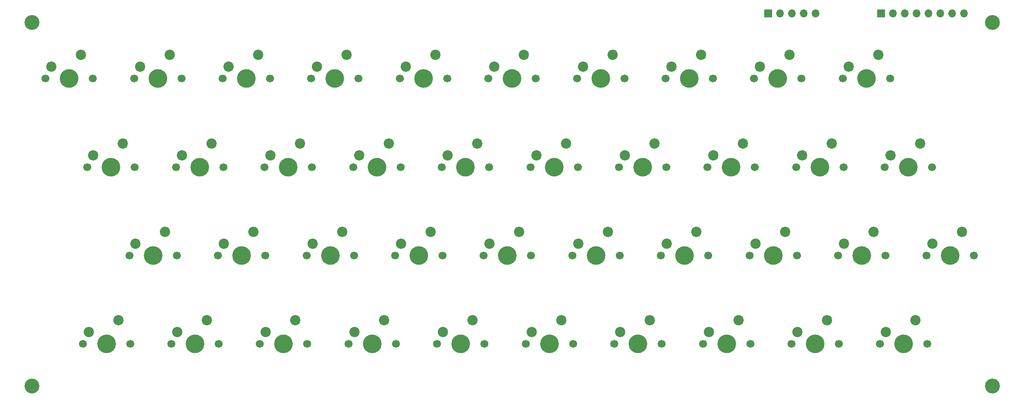
<source format=gbr>
%TF.GenerationSoftware,KiCad,Pcbnew,6.0.6-3a73a75311~116~ubuntu20.04.1*%
%TF.CreationDate,2022-07-11T16:37:52-07:00*%
%TF.ProjectId,zx81-kbd,7a783831-2d6b-4626-942e-6b696361645f,rev?*%
%TF.SameCoordinates,Original*%
%TF.FileFunction,Soldermask,Top*%
%TF.FilePolarity,Negative*%
%FSLAX46Y46*%
G04 Gerber Fmt 4.6, Leading zero omitted, Abs format (unit mm)*
G04 Created by KiCad (PCBNEW 6.0.6-3a73a75311~116~ubuntu20.04.1) date 2022-07-11 16:37:52*
%MOMM*%
%LPD*%
G01*
G04 APERTURE LIST*
%ADD10C,1.700000*%
%ADD11C,4.000000*%
%ADD12C,2.200000*%
%ADD13C,3.200000*%
%ADD14R,1.700000X1.700000*%
%ADD15O,1.700000X1.700000*%
G04 APERTURE END LIST*
D10*
%TO.C,SW8*%
X197080000Y-50000000D03*
D11*
X192000000Y-50000000D03*
D10*
X186920000Y-50000000D03*
D12*
X194540000Y-44920000D03*
X188190000Y-47460000D03*
%TD*%
D10*
%TO.C,SW12*%
X81920000Y-69000000D03*
X92080000Y-69000000D03*
D11*
X87000000Y-69000000D03*
D12*
X89540000Y-63920000D03*
X83190000Y-66460000D03*
%TD*%
D11*
%TO.C,SW36*%
X162000000Y-107000000D03*
D10*
X167080000Y-107000000D03*
X156920000Y-107000000D03*
D12*
X164540000Y-101920000D03*
X158190000Y-104460000D03*
%TD*%
D10*
%TO.C,SW22*%
X90920000Y-88000000D03*
X101080000Y-88000000D03*
D11*
X96000000Y-88000000D03*
D12*
X98540000Y-82920000D03*
X92190000Y-85460000D03*
%TD*%
D10*
%TO.C,SW24*%
X128920000Y-88000000D03*
D11*
X134000000Y-88000000D03*
D10*
X139080000Y-88000000D03*
D12*
X136540000Y-82920000D03*
X130190000Y-85460000D03*
%TD*%
D10*
%TO.C,SW18*%
X206080000Y-69000000D03*
D11*
X201000000Y-69000000D03*
D10*
X195920000Y-69000000D03*
D12*
X203540000Y-63920000D03*
X197190000Y-66460000D03*
%TD*%
D13*
%TO.C,H4*%
X238000000Y-116000000D03*
%TD*%
D11*
%TO.C,SW31*%
X67000000Y-107000000D03*
D10*
X61920000Y-107000000D03*
X72080000Y-107000000D03*
D12*
X69540000Y-101920000D03*
X63190000Y-104460000D03*
%TD*%
D10*
%TO.C,SW26*%
X177080000Y-88000000D03*
D11*
X172000000Y-88000000D03*
D10*
X166920000Y-88000000D03*
D12*
X174540000Y-82920000D03*
X168190000Y-85460000D03*
%TD*%
D10*
%TO.C,SW28*%
X215080000Y-88000000D03*
X204920000Y-88000000D03*
D11*
X210000000Y-88000000D03*
D12*
X212540000Y-82920000D03*
X206190000Y-85460000D03*
%TD*%
D13*
%TO.C,H1*%
X32000000Y-38000000D03*
%TD*%
D14*
%TO.C,J2*%
X214125000Y-36000000D03*
D15*
X216665000Y-36000000D03*
X219205000Y-36000000D03*
X221745000Y-36000000D03*
X224285000Y-36000000D03*
X226825000Y-36000000D03*
X229365000Y-36000000D03*
X231905000Y-36000000D03*
%TD*%
D11*
%TO.C,SW11*%
X68000000Y-69000000D03*
D10*
X73080000Y-69000000D03*
X62920000Y-69000000D03*
D12*
X70540000Y-63920000D03*
X64190000Y-66460000D03*
%TD*%
D10*
%TO.C,SW25*%
X158080000Y-88000000D03*
X147920000Y-88000000D03*
D11*
X153000000Y-88000000D03*
D12*
X155540000Y-82920000D03*
X149190000Y-85460000D03*
%TD*%
D10*
%TO.C,SW30*%
X53080000Y-107000000D03*
D11*
X48000000Y-107000000D03*
D10*
X42920000Y-107000000D03*
D12*
X50540000Y-101920000D03*
X44190000Y-104460000D03*
%TD*%
D10*
%TO.C,SW38*%
X205080000Y-107000000D03*
D11*
X200000000Y-107000000D03*
D10*
X194920000Y-107000000D03*
D12*
X202540000Y-101920000D03*
X196190000Y-104460000D03*
%TD*%
D10*
%TO.C,SW4*%
X110920000Y-50000000D03*
X121080000Y-50000000D03*
D11*
X116000000Y-50000000D03*
D12*
X118540000Y-44920000D03*
X112190000Y-47460000D03*
%TD*%
D14*
%TO.C,J1*%
X189925000Y-36000000D03*
D15*
X192465000Y-36000000D03*
X195005000Y-36000000D03*
X197545000Y-36000000D03*
X200085000Y-36000000D03*
%TD*%
D11*
%TO.C,SW15*%
X144000000Y-69000000D03*
D10*
X149080000Y-69000000D03*
X138920000Y-69000000D03*
D12*
X146540000Y-63920000D03*
X140190000Y-66460000D03*
%TD*%
D10*
%TO.C,SW14*%
X130080000Y-69000000D03*
D11*
X125000000Y-69000000D03*
D10*
X119920000Y-69000000D03*
D12*
X127540000Y-63920000D03*
X121190000Y-66460000D03*
%TD*%
D10*
%TO.C,SW1*%
X64080000Y-50000000D03*
X53920000Y-50000000D03*
D11*
X59000000Y-50000000D03*
D12*
X61540000Y-44920000D03*
X55190000Y-47460000D03*
%TD*%
D11*
%TO.C,SW13*%
X106000000Y-69000000D03*
D10*
X100920000Y-69000000D03*
X111080000Y-69000000D03*
D12*
X108540000Y-63920000D03*
X102190000Y-66460000D03*
%TD*%
D11*
%TO.C,SW32*%
X86000000Y-107000000D03*
D10*
X80920000Y-107000000D03*
X91080000Y-107000000D03*
D12*
X88540000Y-101920000D03*
X82190000Y-104460000D03*
%TD*%
D10*
%TO.C,SW33*%
X99920000Y-107000000D03*
D11*
X105000000Y-107000000D03*
D10*
X110080000Y-107000000D03*
D12*
X107540000Y-101920000D03*
X101190000Y-104460000D03*
%TD*%
D11*
%TO.C,SW17*%
X182000000Y-69000000D03*
D10*
X187080000Y-69000000D03*
X176920000Y-69000000D03*
D12*
X184540000Y-63920000D03*
X178190000Y-66460000D03*
%TD*%
D10*
%TO.C,SW0*%
X45080000Y-50000000D03*
D11*
X40000000Y-50000000D03*
D10*
X34920000Y-50000000D03*
D12*
X42540000Y-44920000D03*
X36190000Y-47460000D03*
%TD*%
D10*
%TO.C,SW39*%
X224080000Y-107000000D03*
X213920000Y-107000000D03*
D11*
X219000000Y-107000000D03*
D12*
X221540000Y-101920000D03*
X215190000Y-104460000D03*
%TD*%
D10*
%TO.C,SW21*%
X82080000Y-88000000D03*
X71920000Y-88000000D03*
D11*
X77000000Y-88000000D03*
D12*
X79540000Y-82920000D03*
X73190000Y-85460000D03*
%TD*%
D11*
%TO.C,SW29*%
X229000000Y-88000000D03*
D10*
X234080000Y-88000000D03*
X223920000Y-88000000D03*
D12*
X231540000Y-82920000D03*
X225190000Y-85460000D03*
%TD*%
D11*
%TO.C,SW23*%
X115000000Y-88000000D03*
D10*
X120080000Y-88000000D03*
X109920000Y-88000000D03*
D12*
X117540000Y-82920000D03*
X111190000Y-85460000D03*
%TD*%
D10*
%TO.C,SW34*%
X129080000Y-107000000D03*
D11*
X124000000Y-107000000D03*
D10*
X118920000Y-107000000D03*
D12*
X126540000Y-101920000D03*
X120190000Y-104460000D03*
%TD*%
D10*
%TO.C,SW19*%
X214920000Y-69000000D03*
D11*
X220000000Y-69000000D03*
D10*
X225080000Y-69000000D03*
D12*
X222540000Y-63920000D03*
X216190000Y-66460000D03*
%TD*%
D13*
%TO.C,H2*%
X32000000Y-116000000D03*
%TD*%
D11*
%TO.C,SW2*%
X78000000Y-50000000D03*
D10*
X72920000Y-50000000D03*
X83080000Y-50000000D03*
D12*
X80540000Y-44920000D03*
X74190000Y-47460000D03*
%TD*%
D11*
%TO.C,SW5*%
X135000000Y-50000000D03*
D10*
X129920000Y-50000000D03*
X140080000Y-50000000D03*
D12*
X137540000Y-44920000D03*
X131190000Y-47460000D03*
%TD*%
D10*
%TO.C,SW6*%
X159080000Y-50000000D03*
D11*
X154000000Y-50000000D03*
D10*
X148920000Y-50000000D03*
D12*
X156540000Y-44920000D03*
X150190000Y-47460000D03*
%TD*%
D13*
%TO.C,H3*%
X238000000Y-38000000D03*
%TD*%
D10*
%TO.C,SW37*%
X186080000Y-107000000D03*
X175920000Y-107000000D03*
D11*
X181000000Y-107000000D03*
D12*
X183540000Y-101920000D03*
X177190000Y-104460000D03*
%TD*%
D11*
%TO.C,SW16*%
X163000000Y-69000000D03*
D10*
X168080000Y-69000000D03*
X157920000Y-69000000D03*
D12*
X165540000Y-63920000D03*
X159190000Y-66460000D03*
%TD*%
D11*
%TO.C,SW27*%
X191000000Y-88000000D03*
D10*
X185920000Y-88000000D03*
X196080000Y-88000000D03*
D12*
X193540000Y-82920000D03*
X187190000Y-85460000D03*
%TD*%
D10*
%TO.C,SW20*%
X63080000Y-88000000D03*
D11*
X58000000Y-88000000D03*
D10*
X52920000Y-88000000D03*
D12*
X60540000Y-82920000D03*
X54190000Y-85460000D03*
%TD*%
D11*
%TO.C,SW3*%
X97000000Y-50000000D03*
D10*
X102080000Y-50000000D03*
X91920000Y-50000000D03*
D12*
X99540000Y-44920000D03*
X93190000Y-47460000D03*
%TD*%
D10*
%TO.C,SW35*%
X148080000Y-107000000D03*
X137920000Y-107000000D03*
D11*
X143000000Y-107000000D03*
D12*
X145540000Y-101920000D03*
X139190000Y-104460000D03*
%TD*%
D10*
%TO.C,SW7*%
X167920000Y-50000000D03*
D11*
X173000000Y-50000000D03*
D10*
X178080000Y-50000000D03*
D12*
X175540000Y-44920000D03*
X169190000Y-47460000D03*
%TD*%
D11*
%TO.C,SW9*%
X211000000Y-50000000D03*
D10*
X205920000Y-50000000D03*
X216080000Y-50000000D03*
D12*
X213540000Y-44920000D03*
X207190000Y-47460000D03*
%TD*%
D11*
%TO.C,SW10*%
X49000000Y-69000000D03*
D10*
X54080000Y-69000000D03*
X43920000Y-69000000D03*
D12*
X51540000Y-63920000D03*
X45190000Y-66460000D03*
%TD*%
M02*

</source>
